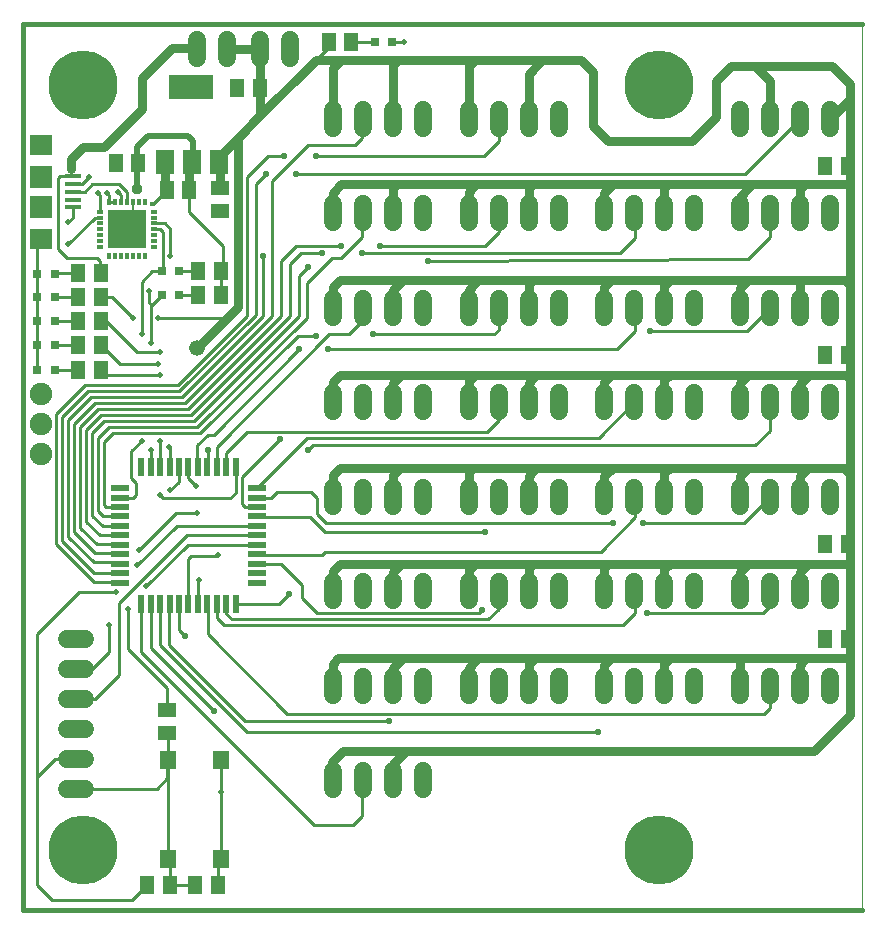
<source format=gtl>
G75*
%MOIN*%
%OFA0B0*%
%FSLAX25Y25*%
%IPPOS*%
%LPD*%
%AMOC8*
5,1,8,0,0,1.08239X$1,22.5*
%
%ADD10C,0.01600*%
%ADD11C,0.00100*%
%ADD12R,0.01969X0.05906*%
%ADD13R,0.05906X0.01969*%
%ADD14R,0.05118X0.05906*%
%ADD15R,0.03150X0.03150*%
%ADD16C,0.06000*%
%ADD17R,0.05906X0.05118*%
%ADD18R,0.05512X0.06300*%
%ADD19R,0.01181X0.02362*%
%ADD20R,0.02362X0.01181*%
%ADD21R,0.12992X0.12992*%
%ADD22R,0.01713X0.01713*%
%ADD23R,0.05512X0.01378*%
%ADD24R,0.07480X0.07087*%
%ADD25R,0.07480X0.07480*%
%ADD26C,0.07500*%
%ADD27C,0.23000*%
%ADD28R,0.05900X0.07900*%
%ADD29R,0.15000X0.07900*%
%ADD30C,0.00800*%
%ADD31C,0.01000*%
%ADD32C,0.01950*%
%ADD33C,0.03000*%
%ADD34C,0.01800*%
%ADD35C,0.02250*%
%ADD36C,0.03750*%
%ADD37C,0.02000*%
%ADD38C,0.05250*%
D10*
X0027500Y0001800D02*
X0027500Y0297076D01*
X0307028Y0297076D01*
X0196000Y0076717D02*
X0195886Y0076603D01*
X0307028Y0001800D02*
X0027500Y0001800D01*
D11*
X0307028Y0001800D02*
X0307028Y0297076D01*
D12*
X0098248Y0149635D03*
X0095098Y0149635D03*
X0091949Y0149635D03*
X0088799Y0149635D03*
X0085650Y0149635D03*
X0082500Y0149635D03*
X0079350Y0149635D03*
X0076201Y0149635D03*
X0073051Y0149635D03*
X0069902Y0149635D03*
X0066752Y0149635D03*
X0066752Y0103965D03*
X0069902Y0103965D03*
X0073051Y0103965D03*
X0076201Y0103965D03*
X0079350Y0103965D03*
X0082500Y0103965D03*
X0085650Y0103965D03*
X0088799Y0103965D03*
X0091949Y0103965D03*
X0095098Y0103965D03*
X0098248Y0103965D03*
D13*
X0105335Y0111052D03*
X0105335Y0114202D03*
X0105335Y0117351D03*
X0105335Y0120501D03*
X0105335Y0123650D03*
X0105335Y0126800D03*
X0105335Y0129950D03*
X0105335Y0133099D03*
X0105335Y0136249D03*
X0105335Y0139398D03*
X0105335Y0142548D03*
X0059665Y0142548D03*
X0059665Y0139398D03*
X0059665Y0136249D03*
X0059665Y0133099D03*
X0059665Y0129950D03*
X0059665Y0126800D03*
X0059665Y0123650D03*
X0059665Y0120501D03*
X0059665Y0117351D03*
X0059665Y0114202D03*
X0059665Y0111052D03*
D14*
X0053240Y0181800D03*
X0045760Y0181800D03*
X0045760Y0190300D03*
X0053240Y0190300D03*
X0053240Y0198300D03*
X0045760Y0198300D03*
X0045760Y0206300D03*
X0053240Y0206300D03*
X0053240Y0214300D03*
X0045760Y0214300D03*
X0075260Y0241800D03*
X0082740Y0241800D03*
X0065740Y0250800D03*
X0058260Y0250800D03*
X0085760Y0214800D03*
X0093240Y0214800D03*
X0093240Y0206800D03*
X0085760Y0206800D03*
X0098760Y0275800D03*
X0106240Y0275800D03*
X0129260Y0291300D03*
X0136740Y0291300D03*
X0294760Y0249800D03*
X0302240Y0249800D03*
X0302240Y0186800D03*
X0294760Y0186800D03*
X0294760Y0123800D03*
X0302240Y0123800D03*
X0302240Y0092300D03*
X0294760Y0092300D03*
X0092240Y0010300D03*
X0084760Y0010300D03*
X0076240Y0010300D03*
X0068760Y0010300D03*
D15*
X0037953Y0181800D03*
X0032047Y0181800D03*
X0032047Y0190300D03*
X0037953Y0190300D03*
X0037953Y0198300D03*
X0032047Y0198300D03*
X0032047Y0206300D03*
X0037953Y0206300D03*
X0037953Y0213800D03*
X0032047Y0213800D03*
X0073547Y0214800D03*
X0079453Y0214800D03*
X0079453Y0206800D03*
X0073547Y0206800D03*
X0144547Y0291300D03*
X0150453Y0291300D03*
D16*
X0150610Y0268580D02*
X0150610Y0262580D01*
X0140610Y0262580D02*
X0140610Y0268580D01*
X0130610Y0268580D02*
X0130610Y0262580D01*
X0130610Y0237083D02*
X0130610Y0231083D01*
X0140610Y0231083D02*
X0140610Y0237083D01*
X0150610Y0237083D02*
X0150610Y0231083D01*
X0160610Y0231083D02*
X0160610Y0237083D01*
X0175886Y0237083D02*
X0175886Y0231083D01*
X0185886Y0231083D02*
X0185886Y0237083D01*
X0195886Y0237083D02*
X0195886Y0231083D01*
X0205886Y0231083D02*
X0205886Y0237083D01*
X0221161Y0237083D02*
X0221161Y0231083D01*
X0231161Y0231083D02*
X0231161Y0237083D01*
X0241161Y0237083D02*
X0241161Y0231083D01*
X0251161Y0231083D02*
X0251161Y0237083D01*
X0266437Y0237083D02*
X0266437Y0231083D01*
X0276437Y0231083D02*
X0276437Y0237083D01*
X0286437Y0237083D02*
X0286437Y0231083D01*
X0296437Y0231083D02*
X0296437Y0237083D01*
X0296437Y0262580D02*
X0296437Y0268580D01*
X0286437Y0268580D02*
X0286437Y0262580D01*
X0276437Y0262580D02*
X0276437Y0268580D01*
X0266437Y0268580D02*
X0266437Y0262580D01*
X0266437Y0205587D02*
X0266437Y0199587D01*
X0276437Y0199587D02*
X0276437Y0205587D01*
X0286437Y0205587D02*
X0286437Y0199587D01*
X0296437Y0199587D02*
X0296437Y0205587D01*
X0296437Y0174091D02*
X0296437Y0168091D01*
X0286437Y0168091D02*
X0286437Y0174091D01*
X0276437Y0174091D02*
X0276437Y0168091D01*
X0266437Y0168091D02*
X0266437Y0174091D01*
X0251161Y0174091D02*
X0251161Y0168091D01*
X0241161Y0168091D02*
X0241161Y0174091D01*
X0231161Y0174091D02*
X0231161Y0168091D01*
X0221161Y0168091D02*
X0221161Y0174091D01*
X0205886Y0174091D02*
X0205886Y0168091D01*
X0195886Y0168091D02*
X0195886Y0174091D01*
X0185886Y0174091D02*
X0185886Y0168091D01*
X0175886Y0168091D02*
X0175886Y0174091D01*
X0160610Y0174091D02*
X0160610Y0168091D01*
X0150610Y0168091D02*
X0150610Y0174091D01*
X0140610Y0174091D02*
X0140610Y0168091D01*
X0130610Y0168091D02*
X0130610Y0174091D01*
X0130610Y0199587D02*
X0130610Y0205587D01*
X0140610Y0205587D02*
X0140610Y0199587D01*
X0150610Y0199587D02*
X0150610Y0205587D01*
X0160610Y0205587D02*
X0160610Y0199587D01*
X0175886Y0199587D02*
X0175886Y0205587D01*
X0185886Y0205587D02*
X0185886Y0199587D01*
X0195886Y0199587D02*
X0195886Y0205587D01*
X0205886Y0205587D02*
X0205886Y0199587D01*
X0221161Y0199587D02*
X0221161Y0205587D01*
X0231161Y0205587D02*
X0231161Y0199587D01*
X0241161Y0199587D02*
X0241161Y0205587D01*
X0251161Y0205587D02*
X0251161Y0199587D01*
X0251161Y0142595D02*
X0251161Y0136595D01*
X0241161Y0136595D02*
X0241161Y0142595D01*
X0231161Y0142595D02*
X0231161Y0136595D01*
X0221161Y0136595D02*
X0221161Y0142595D01*
X0205886Y0142595D02*
X0205886Y0136595D01*
X0195886Y0136595D02*
X0195886Y0142595D01*
X0185886Y0142595D02*
X0185886Y0136595D01*
X0175886Y0136595D02*
X0175886Y0142595D01*
X0160610Y0142595D02*
X0160610Y0136595D01*
X0150610Y0136595D02*
X0150610Y0142595D01*
X0140610Y0142595D02*
X0140610Y0136595D01*
X0130610Y0136595D02*
X0130610Y0142595D01*
X0130610Y0111099D02*
X0130610Y0105099D01*
X0140610Y0105099D02*
X0140610Y0111099D01*
X0150610Y0111099D02*
X0150610Y0105099D01*
X0160610Y0105099D02*
X0160610Y0111099D01*
X0175886Y0111099D02*
X0175886Y0105099D01*
X0185886Y0105099D02*
X0185886Y0111099D01*
X0195886Y0111099D02*
X0195886Y0105099D01*
X0205886Y0105099D02*
X0205886Y0111099D01*
X0221161Y0111099D02*
X0221161Y0105099D01*
X0231161Y0105099D02*
X0231161Y0111099D01*
X0241161Y0111099D02*
X0241161Y0105099D01*
X0251161Y0105099D02*
X0251161Y0111099D01*
X0266437Y0111099D02*
X0266437Y0105099D01*
X0276437Y0105099D02*
X0276437Y0111099D01*
X0286437Y0111099D02*
X0286437Y0105099D01*
X0296437Y0105099D02*
X0296437Y0111099D01*
X0296437Y0136595D02*
X0296437Y0142595D01*
X0286437Y0142595D02*
X0286437Y0136595D01*
X0276437Y0136595D02*
X0276437Y0142595D01*
X0266437Y0142595D02*
X0266437Y0136595D01*
X0266437Y0079603D02*
X0266437Y0073603D01*
X0276437Y0073603D02*
X0276437Y0079603D01*
X0286437Y0079603D02*
X0286437Y0073603D01*
X0296437Y0073603D02*
X0296437Y0079603D01*
X0251161Y0079603D02*
X0251161Y0073603D01*
X0241161Y0073603D02*
X0241161Y0079603D01*
X0231161Y0079603D02*
X0231161Y0073603D01*
X0221161Y0073603D02*
X0221161Y0079603D01*
X0205886Y0079603D02*
X0205886Y0073603D01*
X0195886Y0073603D02*
X0195886Y0079603D01*
X0185886Y0079603D02*
X0185886Y0073603D01*
X0175886Y0073603D02*
X0175886Y0079603D01*
X0160610Y0079603D02*
X0160610Y0073603D01*
X0150610Y0073603D02*
X0150610Y0079603D01*
X0140610Y0079603D02*
X0140610Y0073603D01*
X0130610Y0073603D02*
X0130610Y0079603D01*
X0130610Y0048111D02*
X0130610Y0042111D01*
X0140610Y0042111D02*
X0140610Y0048111D01*
X0150610Y0048111D02*
X0150610Y0042111D01*
X0160610Y0042111D02*
X0160610Y0048111D01*
X0048000Y0052300D02*
X0042000Y0052300D01*
X0042000Y0042300D02*
X0048000Y0042300D01*
X0048000Y0062300D02*
X0042000Y0062300D01*
X0042000Y0072300D02*
X0048000Y0072300D01*
X0048000Y0082300D02*
X0042000Y0082300D01*
X0042000Y0092300D02*
X0048000Y0092300D01*
X0160610Y0262580D02*
X0160610Y0268580D01*
X0175886Y0268580D02*
X0175886Y0262580D01*
X0185886Y0262580D02*
X0185886Y0268580D01*
X0195886Y0268580D02*
X0195886Y0262580D01*
X0205886Y0262580D02*
X0205886Y0268580D01*
X0116500Y0285800D02*
X0116500Y0291800D01*
X0106500Y0291800D02*
X0106500Y0285800D01*
X0095500Y0285800D02*
X0095500Y0291800D01*
X0085500Y0291800D02*
X0085500Y0285800D01*
D17*
X0093000Y0242540D03*
X0093000Y0235060D03*
X0075500Y0068540D03*
X0075500Y0061060D03*
D18*
X0075642Y0051835D03*
X0093358Y0051835D03*
X0093358Y0018765D03*
X0075642Y0018765D03*
D19*
X0067906Y0219745D03*
X0065937Y0219745D03*
X0063969Y0219745D03*
X0062000Y0219745D03*
X0060031Y0219745D03*
X0058063Y0219745D03*
X0056094Y0219745D03*
X0056094Y0237855D03*
X0058063Y0237855D03*
X0060031Y0237855D03*
X0062000Y0237855D03*
X0063969Y0237855D03*
X0065937Y0237855D03*
X0067906Y0237855D03*
D20*
X0071055Y0234706D03*
X0071055Y0232737D03*
X0071055Y0230769D03*
X0071055Y0228800D03*
X0071055Y0226831D03*
X0071055Y0224863D03*
X0071055Y0222894D03*
X0052945Y0222894D03*
X0052945Y0224863D03*
X0052945Y0226831D03*
X0052945Y0228800D03*
X0052945Y0230769D03*
X0052945Y0232737D03*
X0052945Y0234706D03*
D21*
X0062000Y0228800D03*
D22*
X0070278Y0237078D03*
D23*
X0043933Y0236182D03*
X0043933Y0238741D03*
X0043933Y0241300D03*
X0043933Y0243859D03*
X0043933Y0246418D03*
D24*
X0033500Y0257048D03*
X0033500Y0225552D03*
D25*
X0033500Y0236300D03*
X0033500Y0246300D03*
D26*
X0033500Y0173800D03*
X0033500Y0163800D03*
X0033500Y0153800D03*
D27*
X0047500Y0276800D03*
X0239500Y0276800D03*
X0239500Y0021800D03*
X0047500Y0021800D03*
D28*
X0074600Y0251400D03*
X0083600Y0251400D03*
X0092600Y0251400D03*
D29*
X0083500Y0276200D03*
D30*
X0063969Y0237855D02*
X0063969Y0231300D01*
X0066500Y0232800D01*
X0063969Y0231300D02*
X0061469Y0233269D01*
X0062000Y0228800D01*
D31*
X0071055Y0228800D02*
X0073000Y0228800D01*
X0074000Y0227800D01*
X0074000Y0215253D01*
X0073547Y0214800D01*
X0070500Y0214800D01*
X0067000Y0211300D01*
X0067000Y0193800D01*
X0070000Y0190800D02*
X0070000Y0203253D01*
X0070274Y0203526D01*
X0069500Y0204300D01*
X0069500Y0208300D01*
X0073547Y0206800D02*
X0070274Y0203526D01*
X0072500Y0199300D02*
X0095500Y0199300D01*
X0102000Y0199800D02*
X0102000Y0246300D01*
X0109000Y0253300D01*
X0114500Y0253300D01*
X0118500Y0247300D02*
X0268157Y0247300D01*
X0286437Y0265580D01*
X0276437Y0234083D02*
X0276500Y0234020D01*
X0276500Y0226300D01*
X0269000Y0218800D01*
X0162500Y0218300D01*
X0146500Y0223300D02*
X0181500Y0223300D01*
X0186000Y0227800D01*
X0186000Y0233969D01*
X0185886Y0234083D01*
X0181000Y0253300D02*
X0186000Y0258300D01*
X0186000Y0265465D01*
X0185886Y0265580D01*
X0181000Y0253300D02*
X0125000Y0253300D01*
X0122500Y0256800D02*
X0110500Y0244800D01*
X0110500Y0199800D01*
X0081500Y0170800D01*
X0051500Y0170800D01*
X0044500Y0163800D01*
X0044500Y0127800D01*
X0051500Y0120800D01*
X0059366Y0120800D01*
X0059665Y0120501D01*
X0059217Y0117800D02*
X0051000Y0117800D01*
X0042500Y0126300D01*
X0042500Y0165300D01*
X0050000Y0172800D01*
X0080500Y0172800D01*
X0107500Y0199800D01*
X0107500Y0219800D01*
X0113500Y0218300D02*
X0118500Y0223300D01*
X0133500Y0223300D01*
X0133500Y0219300D02*
X0130500Y0219300D01*
X0122000Y0210800D01*
X0122000Y0199300D01*
X0085500Y0162800D01*
X0056000Y0162800D01*
X0052500Y0159300D01*
X0052500Y0134800D01*
X0054000Y0133300D01*
X0059465Y0133300D01*
X0059665Y0133099D01*
X0059665Y0129950D02*
X0053850Y0129950D01*
X0050500Y0133300D01*
X0050500Y0160800D01*
X0054500Y0164800D01*
X0084500Y0164800D01*
X0119500Y0199800D01*
X0119500Y0213300D01*
X0122500Y0216300D01*
X0120000Y0220800D02*
X0127000Y0220800D01*
X0133500Y0219300D02*
X0140500Y0226300D01*
X0140500Y0233973D01*
X0140610Y0234083D01*
X0140500Y0220800D02*
X0226500Y0220800D01*
X0231500Y0225800D01*
X0231500Y0233745D01*
X0231161Y0234083D01*
X0231161Y0202587D02*
X0231500Y0202249D01*
X0231500Y0194800D01*
X0225500Y0188800D01*
X0129000Y0188800D01*
X0129500Y0193800D02*
X0136000Y0193800D01*
X0140500Y0198300D01*
X0140500Y0202477D01*
X0140610Y0202587D01*
X0144000Y0193800D02*
X0184500Y0193800D01*
X0186000Y0195300D01*
X0186000Y0202473D01*
X0185886Y0202587D01*
X0185886Y0171091D02*
X0186000Y0170977D01*
X0186000Y0165300D01*
X0182000Y0161300D01*
X0102000Y0161300D01*
X0095000Y0154300D01*
X0095000Y0149733D01*
X0095098Y0149635D01*
X0092000Y0149686D02*
X0091949Y0149635D01*
X0092000Y0149686D02*
X0092000Y0156300D01*
X0129500Y0193800D01*
X0125000Y0193300D02*
X0119000Y0193300D01*
X0086500Y0160800D01*
X0057500Y0160800D01*
X0054500Y0157800D01*
X0054500Y0136800D01*
X0055051Y0136249D01*
X0059665Y0136249D01*
X0059614Y0136300D01*
X0059665Y0139398D02*
X0064098Y0139398D01*
X0065000Y0140300D01*
X0065000Y0144300D01*
X0063500Y0145800D01*
X0063500Y0154800D01*
X0067000Y0158300D01*
X0070000Y0155300D02*
X0069902Y0155202D01*
X0069902Y0149635D01*
X0073051Y0149635D02*
X0073051Y0158249D01*
X0073000Y0158300D01*
X0076000Y0156300D02*
X0076201Y0156099D01*
X0076201Y0149635D01*
X0079350Y0149635D02*
X0079350Y0144650D01*
X0076500Y0141800D01*
X0074000Y0139300D02*
X0073000Y0140300D01*
X0074000Y0139300D02*
X0096500Y0139300D01*
X0098248Y0141048D01*
X0098248Y0149635D01*
X0100500Y0146300D02*
X0113000Y0158800D01*
X0122087Y0159300D02*
X0219370Y0159300D01*
X0231161Y0171091D01*
X0236500Y0194800D02*
X0268650Y0194800D01*
X0276437Y0202587D01*
X0276437Y0171091D02*
X0276437Y0161737D01*
X0271500Y0156800D01*
X0124000Y0156800D01*
X0122500Y0155300D01*
X0122087Y0159300D02*
X0105335Y0142548D01*
X0105335Y0139398D02*
X0105433Y0139300D01*
X0110000Y0139300D01*
X0112000Y0141300D01*
X0123500Y0141300D01*
X0125500Y0139300D01*
X0125500Y0133800D01*
X0128500Y0130800D01*
X0224000Y0130800D01*
X0231500Y0132800D02*
X0231500Y0139257D01*
X0231161Y0139595D01*
X0231500Y0132800D02*
X0220000Y0121300D01*
X0128000Y0121300D01*
X0127000Y0120300D01*
X0105535Y0120300D01*
X0105335Y0120501D01*
X0105335Y0123650D02*
X0082350Y0123650D01*
X0068500Y0109800D01*
X0069902Y0103965D02*
X0069902Y0089398D01*
X0091000Y0068300D01*
X0101500Y0064800D02*
X0149500Y0064800D01*
X0140610Y0045111D02*
X0140500Y0045001D01*
X0140500Y0033300D01*
X0137500Y0030300D01*
X0124500Y0030300D01*
X0066752Y0088048D01*
X0066752Y0103965D01*
X0062500Y0102300D02*
X0062500Y0088800D01*
X0075500Y0075800D01*
X0075500Y0068540D01*
X0075500Y0061060D02*
X0075642Y0060918D01*
X0075642Y0051835D01*
X0075642Y0018765D01*
X0076240Y0018166D01*
X0076240Y0010300D01*
X0084760Y0010300D01*
X0092240Y0010300D02*
X0092240Y0017646D01*
X0093358Y0018765D01*
X0093358Y0051835D01*
X0093358Y0041942D01*
X0093500Y0041300D01*
X0075500Y0045800D02*
X0075500Y0051694D01*
X0075642Y0051835D01*
X0075500Y0045800D02*
X0072000Y0042300D01*
X0045000Y0042300D01*
X0045000Y0052300D02*
X0038000Y0052300D01*
X0032000Y0046300D01*
X0032000Y0093800D01*
X0046000Y0107800D01*
X0058500Y0107800D01*
X0059665Y0111052D02*
X0059417Y0111300D01*
X0051000Y0111300D01*
X0038500Y0123800D01*
X0038500Y0167300D01*
X0048000Y0176800D01*
X0079000Y0176800D01*
X0102000Y0199800D01*
X0105000Y0200300D02*
X0105000Y0243800D01*
X0108500Y0247300D01*
X0122500Y0256800D02*
X0138000Y0256800D01*
X0140500Y0259300D01*
X0140500Y0265469D01*
X0140610Y0265580D01*
X0123750Y0284050D02*
X0129260Y0289560D01*
X0129260Y0291300D01*
X0136740Y0291300D02*
X0144547Y0291300D01*
X0150453Y0291300D02*
X0154500Y0291300D01*
X0082740Y0241800D02*
X0082740Y0234560D01*
X0094000Y0223300D01*
X0094000Y0215560D01*
X0093240Y0214800D01*
X0093240Y0206800D01*
X0085760Y0206800D02*
X0079453Y0206800D01*
X0079453Y0214800D02*
X0085760Y0214800D01*
X0076500Y0219800D02*
X0076500Y0228800D01*
X0074531Y0230769D01*
X0071055Y0230769D01*
X0070778Y0237078D02*
X0075500Y0241800D01*
X0070778Y0237078D02*
X0070278Y0237078D01*
X0062000Y0237855D02*
X0062000Y0241300D01*
X0059500Y0243800D01*
X0050500Y0243800D01*
X0048000Y0241300D01*
X0043933Y0241300D01*
X0043933Y0243859D02*
X0047059Y0243859D01*
X0049500Y0246300D01*
X0043933Y0246418D02*
X0043500Y0246851D01*
X0043500Y0248800D01*
X0043933Y0246418D02*
X0039618Y0246418D01*
X0039000Y0245800D01*
X0039000Y0222300D01*
X0042000Y0219300D01*
X0052000Y0219300D01*
X0053000Y0218300D01*
X0053000Y0214540D01*
X0053240Y0214300D01*
X0045760Y0214300D02*
X0038453Y0214300D01*
X0037953Y0213800D01*
X0032047Y0213800D02*
X0032047Y0206300D01*
X0032047Y0198300D01*
X0032047Y0190300D01*
X0032047Y0181800D01*
X0037953Y0181800D02*
X0045760Y0181800D01*
X0053240Y0181800D02*
X0054740Y0180300D01*
X0073000Y0180300D01*
X0072500Y0183800D02*
X0059740Y0183800D01*
X0053240Y0190300D01*
X0045760Y0190300D02*
X0037953Y0190300D01*
X0037953Y0198300D02*
X0045760Y0198300D01*
X0053240Y0198300D02*
X0053740Y0197800D01*
X0055500Y0197800D01*
X0065500Y0187800D01*
X0073000Y0187800D01*
X0079500Y0174800D02*
X0105000Y0200300D01*
X0113500Y0199800D02*
X0113500Y0218300D01*
X0116500Y0217300D02*
X0120000Y0220800D01*
X0116500Y0217300D02*
X0116500Y0199800D01*
X0083500Y0166800D01*
X0053500Y0166800D01*
X0048500Y0161800D01*
X0048500Y0131300D01*
X0053000Y0126800D01*
X0059665Y0126800D01*
X0059516Y0123800D02*
X0052000Y0123800D01*
X0046500Y0129300D01*
X0046500Y0162800D01*
X0052500Y0168800D01*
X0082500Y0168800D01*
X0113500Y0199800D01*
X0119500Y0188800D02*
X0091000Y0160300D01*
X0089000Y0160300D01*
X0085500Y0156800D01*
X0085500Y0149784D01*
X0085650Y0149635D01*
X0088799Y0149635D02*
X0089000Y0149835D01*
X0089000Y0155300D01*
X0082500Y0149635D02*
X0082500Y0145800D01*
X0085000Y0143300D01*
X0085500Y0134300D02*
X0078500Y0134300D01*
X0066000Y0121800D01*
X0065500Y0116800D02*
X0078650Y0129950D01*
X0105335Y0129950D01*
X0105634Y0132800D02*
X0123000Y0132800D01*
X0128000Y0127800D01*
X0181500Y0127800D01*
X0185886Y0108099D02*
X0186000Y0107985D01*
X0186000Y0102300D01*
X0182500Y0098800D01*
X0097000Y0098800D01*
X0095098Y0100702D01*
X0095098Y0103965D01*
X0095000Y0103867D01*
X0092000Y0103914D02*
X0091949Y0103965D01*
X0091949Y0099351D01*
X0094500Y0096800D01*
X0227500Y0096800D01*
X0231500Y0100800D01*
X0231500Y0107761D01*
X0231161Y0108099D01*
X0235500Y0100800D02*
X0274000Y0100800D01*
X0276500Y0103300D01*
X0276500Y0108036D01*
X0276437Y0108099D01*
X0267642Y0130800D02*
X0276437Y0139595D01*
X0267642Y0130800D02*
X0234000Y0130800D01*
X0180500Y0101800D02*
X0179500Y0100800D01*
X0125500Y0100800D01*
X0120500Y0105800D01*
X0120500Y0110300D01*
X0113500Y0117300D01*
X0105386Y0117300D01*
X0105335Y0117351D01*
X0105335Y0126800D02*
X0082000Y0126800D01*
X0059500Y0104300D01*
X0059500Y0080300D01*
X0051500Y0072300D01*
X0045000Y0072300D01*
X0045500Y0081800D02*
X0045000Y0082300D01*
X0045500Y0081800D02*
X0050000Y0081800D01*
X0056000Y0087800D01*
X0056000Y0096800D01*
X0073000Y0090300D02*
X0102000Y0061300D01*
X0219000Y0061300D01*
X0274500Y0067300D02*
X0276500Y0069300D01*
X0276500Y0076540D01*
X0276437Y0076603D01*
X0274500Y0067300D02*
X0115500Y0067300D01*
X0089000Y0093800D01*
X0089000Y0103765D01*
X0088799Y0103965D01*
X0085650Y0103965D02*
X0085650Y0111450D01*
X0086000Y0111800D01*
X0082500Y0118800D02*
X0083500Y0119800D01*
X0092000Y0119800D01*
X0092500Y0120300D01*
X0082500Y0118800D02*
X0082500Y0103965D01*
X0079500Y0103816D02*
X0079350Y0103965D01*
X0079500Y0103816D02*
X0079500Y0095300D01*
X0081500Y0093300D01*
X0076000Y0090300D02*
X0101500Y0064800D01*
X0130500Y0045221D02*
X0130610Y0045111D01*
X0076000Y0090300D02*
X0076000Y0103765D01*
X0076201Y0103965D01*
X0073051Y0103965D02*
X0073000Y0103914D01*
X0073000Y0090300D01*
X0059665Y0114202D02*
X0059567Y0114300D01*
X0051000Y0114300D01*
X0040500Y0124800D01*
X0040500Y0166300D01*
X0049000Y0174800D01*
X0079500Y0174800D01*
X0064000Y0199300D02*
X0057000Y0206300D01*
X0053240Y0206300D01*
X0045760Y0206300D02*
X0037953Y0206300D01*
X0032047Y0213800D02*
X0032047Y0224099D01*
X0033500Y0225552D01*
X0033500Y0225300D01*
X0042500Y0223800D02*
X0051437Y0232737D01*
X0052945Y0232737D01*
X0052945Y0234706D02*
X0052945Y0240355D01*
X0052500Y0240800D01*
X0055500Y0240800D02*
X0056094Y0240206D01*
X0056094Y0237855D01*
X0058063Y0237855D01*
X0060031Y0237855D02*
X0060031Y0240269D01*
X0059000Y0241300D01*
X0058260Y0250800D02*
X0058000Y0250800D01*
X0065500Y0251300D02*
X0065740Y0251060D01*
X0065740Y0250800D01*
X0043933Y0236182D02*
X0043933Y0232733D01*
X0042500Y0231300D01*
X0033000Y0256800D02*
X0033248Y0257048D01*
X0033500Y0257048D01*
X0100500Y0146300D02*
X0100500Y0137300D01*
X0101500Y0136300D01*
X0105386Y0136300D01*
X0105335Y0136249D01*
X0105335Y0133099D02*
X0105634Y0132800D01*
X0116000Y0107300D02*
X0112665Y0103965D01*
X0098248Y0103965D01*
X0059665Y0117351D02*
X0059217Y0117800D01*
X0059665Y0123650D02*
X0059516Y0123800D01*
X0059516Y0129800D02*
X0059665Y0129950D01*
X0032000Y0046300D02*
X0032000Y0010300D01*
X0037000Y0005300D01*
X0063760Y0005300D01*
X0068760Y0010300D01*
D32*
X0093500Y0041300D03*
X0056000Y0096800D03*
X0062500Y0102300D03*
X0058500Y0107800D03*
X0068500Y0109800D03*
X0065500Y0116800D03*
X0066000Y0121800D03*
X0073000Y0140300D03*
X0076500Y0141800D03*
X0085000Y0143300D03*
X0085500Y0134300D03*
X0092500Y0120300D03*
X0086000Y0111800D03*
X0070000Y0155300D03*
X0067000Y0158300D03*
X0073000Y0158300D03*
X0076000Y0156300D03*
X0073000Y0180300D03*
X0072500Y0183800D03*
X0073000Y0187800D03*
X0070000Y0190800D03*
X0067000Y0193800D03*
X0064000Y0199300D03*
X0072500Y0199300D03*
X0069500Y0208300D03*
X0076500Y0219800D03*
X0093000Y0235300D03*
X0075500Y0241800D03*
X0059000Y0241300D03*
X0055500Y0240800D03*
X0052500Y0240800D03*
X0049500Y0246300D03*
X0043500Y0248800D03*
X0033000Y0256800D03*
X0058000Y0250800D03*
X0042500Y0231300D03*
X0042500Y0223800D03*
X0033500Y0225300D03*
X0099000Y0275800D03*
X0154500Y0291300D03*
D33*
X0152500Y0285300D02*
X0150610Y0283410D01*
X0150610Y0265580D01*
X0130610Y0265580D02*
X0130610Y0282410D01*
X0133500Y0285300D01*
X0152500Y0285300D01*
X0178000Y0285300D01*
X0175886Y0283186D01*
X0175886Y0265580D01*
X0195886Y0265580D02*
X0195886Y0280686D01*
X0200500Y0285300D01*
X0213500Y0285300D01*
X0217500Y0281300D01*
X0217500Y0263300D01*
X0222500Y0258300D01*
X0250500Y0258300D01*
X0258500Y0266300D01*
X0258500Y0278300D01*
X0263500Y0283300D01*
X0271500Y0283300D01*
X0276437Y0278363D01*
X0276437Y0265580D01*
X0294760Y0250060D02*
X0295000Y0250300D01*
X0294760Y0250060D02*
X0294760Y0249800D01*
X0288000Y0243800D02*
X0286437Y0242237D01*
X0286437Y0234083D01*
X0288000Y0243800D02*
X0302000Y0243800D01*
X0303000Y0242800D01*
X0303000Y0210300D01*
X0301500Y0211800D01*
X0287500Y0211800D01*
X0286437Y0210737D01*
X0286437Y0202587D01*
X0287500Y0211800D02*
X0269000Y0211800D01*
X0266437Y0209237D01*
X0266437Y0202587D01*
X0269000Y0211800D02*
X0243000Y0211800D01*
X0241161Y0209961D01*
X0241161Y0202587D01*
X0243000Y0211800D02*
X0223500Y0211800D01*
X0221161Y0209461D01*
X0221161Y0202587D01*
X0223500Y0211800D02*
X0197500Y0211800D01*
X0195886Y0210186D01*
X0195886Y0202587D01*
X0197500Y0211800D02*
X0179000Y0211800D01*
X0175886Y0208686D01*
X0175886Y0202587D01*
X0179000Y0211800D02*
X0154000Y0211800D01*
X0150610Y0208410D01*
X0150610Y0202587D01*
X0154000Y0211800D02*
X0133000Y0211800D01*
X0130610Y0209410D01*
X0130610Y0202587D01*
X0133000Y0180300D02*
X0153500Y0180300D01*
X0150610Y0177410D01*
X0150610Y0171091D01*
X0153500Y0180300D02*
X0178000Y0180300D01*
X0175886Y0178186D01*
X0175886Y0171091D01*
X0178000Y0180300D02*
X0198500Y0180300D01*
X0195886Y0177686D01*
X0195886Y0171091D01*
X0198500Y0180300D02*
X0223500Y0180300D01*
X0221161Y0177961D01*
X0221161Y0171091D01*
X0223500Y0180300D02*
X0243000Y0180300D01*
X0241161Y0178461D01*
X0241161Y0171091D01*
X0243000Y0180300D02*
X0269000Y0180300D01*
X0266437Y0177737D01*
X0266437Y0171091D01*
X0269000Y0180300D02*
X0289500Y0180300D01*
X0286437Y0177237D01*
X0286437Y0171091D01*
X0289500Y0180300D02*
X0301500Y0180300D01*
X0303000Y0178800D01*
X0303000Y0147300D01*
X0301000Y0149300D01*
X0289000Y0149300D01*
X0286437Y0146737D01*
X0286437Y0139595D01*
X0289000Y0149300D02*
X0269000Y0149300D01*
X0266437Y0146737D01*
X0266437Y0139595D01*
X0269000Y0149300D02*
X0243000Y0149300D01*
X0241161Y0147461D01*
X0241161Y0139595D01*
X0243000Y0149300D02*
X0224000Y0149300D01*
X0221161Y0146461D01*
X0221161Y0139595D01*
X0224000Y0149300D02*
X0198500Y0149300D01*
X0195886Y0146686D01*
X0195886Y0139595D01*
X0198500Y0149300D02*
X0177500Y0149300D01*
X0175886Y0147686D01*
X0175886Y0139595D01*
X0177500Y0149300D02*
X0153000Y0149300D01*
X0150610Y0146910D01*
X0150610Y0139595D01*
X0153000Y0149300D02*
X0133000Y0149300D01*
X0130610Y0146910D01*
X0130610Y0139595D01*
X0133000Y0117300D02*
X0153500Y0117300D01*
X0150610Y0114410D01*
X0150610Y0108099D01*
X0153500Y0117300D02*
X0178000Y0117300D01*
X0175886Y0115186D01*
X0175886Y0108099D01*
X0178000Y0117300D02*
X0197500Y0117300D01*
X0195886Y0115686D01*
X0195886Y0108099D01*
X0197500Y0117300D02*
X0222500Y0117300D01*
X0221161Y0115961D01*
X0221161Y0108099D01*
X0222500Y0117300D02*
X0243000Y0117300D01*
X0241161Y0115461D01*
X0241161Y0108099D01*
X0243000Y0117300D02*
X0269000Y0117300D01*
X0266437Y0114737D01*
X0266437Y0108099D01*
X0269000Y0117300D02*
X0289000Y0117300D01*
X0286437Y0114737D01*
X0286437Y0108099D01*
X0289000Y0117300D02*
X0302000Y0117300D01*
X0303000Y0116300D01*
X0303000Y0091800D01*
X0302500Y0092300D01*
X0302240Y0092300D01*
X0303000Y0091800D02*
X0303000Y0084800D01*
X0302000Y0085800D01*
X0288500Y0085800D01*
X0286437Y0083737D01*
X0286437Y0076603D01*
X0288500Y0085800D02*
X0267500Y0085800D01*
X0266437Y0084737D01*
X0266437Y0076603D01*
X0267500Y0085800D02*
X0243000Y0085800D01*
X0241161Y0083961D01*
X0241161Y0076603D01*
X0243000Y0085800D02*
X0223500Y0085800D01*
X0221161Y0083461D01*
X0221161Y0076603D01*
X0223500Y0085800D02*
X0198000Y0085800D01*
X0196000Y0083800D01*
X0196000Y0076717D01*
X0198000Y0085800D02*
X0179000Y0085800D01*
X0175886Y0082686D01*
X0175886Y0076603D01*
X0179000Y0085800D02*
X0154000Y0085800D01*
X0150610Y0082410D01*
X0150610Y0076603D01*
X0154000Y0085800D02*
X0132500Y0085800D01*
X0130610Y0083910D01*
X0130610Y0076603D01*
X0134000Y0054800D02*
X0155000Y0054800D01*
X0150610Y0050410D01*
X0150610Y0045111D01*
X0155000Y0054800D02*
X0291000Y0054800D01*
X0303000Y0066800D01*
X0303000Y0084800D01*
X0295000Y0092300D02*
X0294760Y0092300D01*
X0303000Y0116300D02*
X0303000Y0123800D01*
X0302240Y0123800D01*
X0303000Y0123800D02*
X0303000Y0147300D01*
X0294760Y0123800D02*
X0294760Y0123540D01*
X0295000Y0123300D01*
X0303000Y0178800D02*
X0303000Y0186300D01*
X0302500Y0186800D01*
X0302240Y0186800D01*
X0303000Y0186300D02*
X0303000Y0210300D01*
X0294760Y0186800D02*
X0294500Y0186800D01*
X0266437Y0234083D02*
X0266437Y0239737D01*
X0270500Y0243800D01*
X0288000Y0243800D01*
X0303000Y0242800D02*
X0303000Y0249300D01*
X0302500Y0249800D01*
X0302240Y0249800D01*
X0303000Y0249300D02*
X0303000Y0272143D01*
X0296437Y0265580D01*
X0303000Y0272143D02*
X0303000Y0277300D01*
X0297000Y0283300D01*
X0271500Y0283300D01*
X0270500Y0243800D02*
X0242500Y0243800D01*
X0241161Y0242461D01*
X0241161Y0234083D01*
X0242500Y0243800D02*
X0224000Y0243800D01*
X0221161Y0240961D01*
X0221161Y0234083D01*
X0224000Y0243800D02*
X0197500Y0243800D01*
X0195886Y0242186D01*
X0195886Y0234083D01*
X0197500Y0243800D02*
X0178500Y0243800D01*
X0175886Y0241186D01*
X0175886Y0234083D01*
X0178500Y0243800D02*
X0152000Y0243800D01*
X0150610Y0242410D01*
X0150610Y0234083D01*
X0152000Y0243800D02*
X0133500Y0243800D01*
X0130610Y0240910D01*
X0130610Y0234083D01*
X0099000Y0259300D02*
X0094000Y0254300D01*
X0094000Y0252800D01*
X0092600Y0251400D01*
X0093000Y0251000D01*
X0093000Y0242540D01*
X0093000Y0235300D02*
X0093000Y0235060D01*
X0082740Y0241800D02*
X0082740Y0250540D01*
X0083600Y0251400D01*
X0074600Y0251400D02*
X0074600Y0242460D01*
X0075260Y0241800D01*
X0075500Y0241800D01*
X0054500Y0256300D02*
X0067000Y0268800D01*
X0067000Y0279300D01*
X0077000Y0289300D01*
X0085000Y0289300D01*
X0085500Y0288800D01*
X0095500Y0288800D02*
X0106500Y0288800D01*
X0106500Y0275800D01*
X0106240Y0275800D01*
X0106500Y0275800D02*
X0106500Y0266800D01*
X0123750Y0284050D01*
X0125000Y0285300D01*
X0133500Y0285300D01*
X0106500Y0266800D02*
X0099000Y0259300D01*
X0099000Y0202800D01*
X0095500Y0199300D01*
X0085500Y0189300D01*
X0130610Y0177910D02*
X0130610Y0171091D01*
X0130610Y0177910D02*
X0133000Y0180300D01*
X0133000Y0117300D02*
X0130610Y0114910D01*
X0130610Y0108099D01*
X0134000Y0054800D02*
X0130500Y0051300D01*
X0130500Y0045221D01*
X0043500Y0248800D02*
X0043500Y0252300D01*
X0047500Y0256300D01*
X0054500Y0256300D01*
X0098760Y0275800D02*
X0099000Y0275800D01*
X0178000Y0285300D02*
X0200500Y0285300D01*
D34*
X0066500Y0232800D03*
X0066500Y0224300D03*
X0057500Y0224300D03*
X0057500Y0232800D03*
D35*
X0107500Y0219800D03*
X0122500Y0216300D03*
X0127000Y0220800D03*
X0133500Y0223300D03*
X0140500Y0220800D03*
X0146500Y0223300D03*
X0162500Y0218300D03*
X0144000Y0193800D03*
X0129000Y0188800D03*
X0125000Y0193300D03*
X0119500Y0188800D03*
X0113000Y0158800D03*
X0122500Y0155300D03*
X0089000Y0155300D03*
X0116000Y0107300D03*
X0081500Y0093300D03*
X0091000Y0068300D03*
X0149500Y0064800D03*
X0180500Y0101800D03*
X0181500Y0127800D03*
X0224000Y0130800D03*
X0234000Y0130800D03*
X0235500Y0100800D03*
X0219000Y0061300D03*
X0295000Y0092300D03*
X0295000Y0123300D03*
X0294500Y0186800D03*
X0236500Y0194800D03*
X0295000Y0250300D03*
X0125000Y0253300D03*
X0118500Y0247300D03*
X0114500Y0253300D03*
X0108500Y0247300D03*
D36*
X0065500Y0242300D03*
D37*
X0065500Y0251300D01*
X0065500Y0256300D01*
X0069000Y0259800D01*
X0082500Y0259800D01*
X0084000Y0258300D01*
X0084000Y0251800D01*
X0083600Y0251400D01*
D38*
X0085500Y0189300D03*
M02*

</source>
